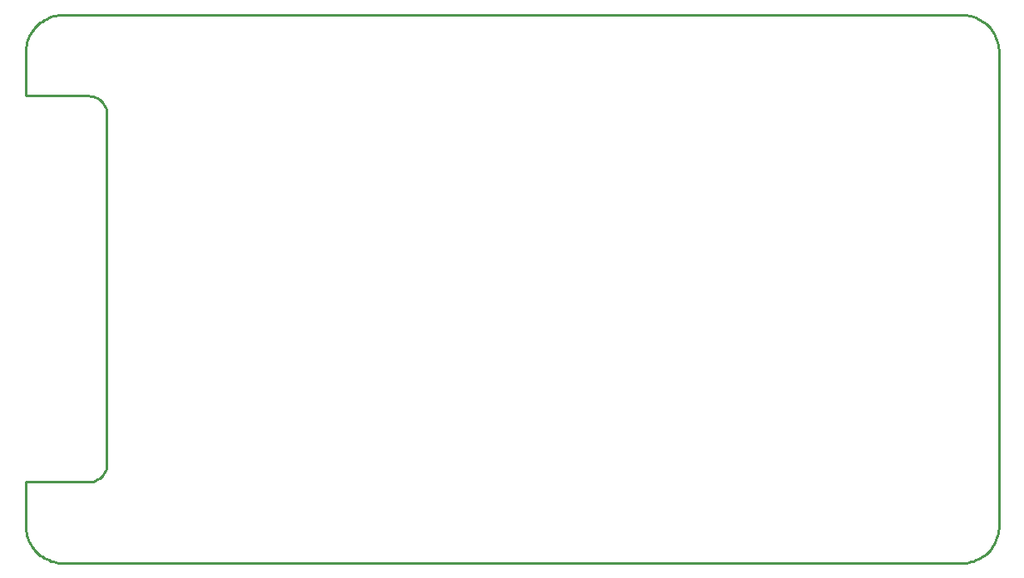
<source format=gko>
G04*
G04 #@! TF.GenerationSoftware,Altium Limited,Altium Designer,21.6.4 (81)*
G04*
G04 Layer_Color=16711935*
%FSLAX25Y25*%
%MOIN*%
G70*
G04*
G04 #@! TF.SameCoordinates,D21CAB57-D7DD-4798-A039-69392B5906F0*
G04*
G04*
G04 #@! TF.FilePolarity,Positive*
G04*
G01*
G75*
%ADD14C,0.01000*%
D14*
X32500Y180000D02*
X32436Y180979D01*
X32245Y181941D01*
X31929Y182870D01*
X31495Y183750D01*
X30950Y184566D01*
X30303Y185303D01*
X29566Y185950D01*
X28750Y186495D01*
X27870Y186929D01*
X26941Y187244D01*
X25979Y187436D01*
X25000Y187500D01*
Y32500D02*
X25979Y32564D01*
X26941Y32756D01*
X27870Y33071D01*
X28750Y33505D01*
X29566Y34050D01*
X30303Y34697D01*
X30950Y35434D01*
X31495Y36250D01*
X31929Y37130D01*
X32244Y38059D01*
X32436Y39021D01*
X32500Y40000D01*
X390000Y205000D02*
X389968Y205981D01*
X389872Y206958D01*
X389712Y207926D01*
X389489Y208882D01*
X389204Y209822D01*
X388858Y210740D01*
X388453Y211634D01*
X387990Y212500D01*
X387472Y213334D01*
X386900Y214131D01*
X386278Y214890D01*
X385607Y215606D01*
X384890Y216278D01*
X384131Y216900D01*
X383334Y217472D01*
X382500Y217990D01*
X381634Y218453D01*
X380740Y218858D01*
X379822Y219204D01*
X378882Y219489D01*
X377926Y219712D01*
X376958Y219872D01*
X375981Y219968D01*
X375000Y220000D01*
X-0Y15000D02*
X32Y14019D01*
X128Y13042D01*
X288Y12074D01*
X511Y11118D01*
X796Y10178D01*
X1142Y9260D01*
X1547Y8366D01*
X2010Y7500D01*
X2528Y6666D01*
X3100Y5869D01*
X3722Y5110D01*
X4393Y4393D01*
X5110Y3722D01*
X5869Y3100D01*
X6666Y2528D01*
X7500Y2010D01*
X8366Y1547D01*
X9260Y1142D01*
X10178Y796D01*
X11118Y511D01*
X12074Y288D01*
X13042Y128D01*
X14019Y32D01*
X15000Y-0D01*
Y220000D02*
X14019Y219968D01*
X13042Y219872D01*
X12074Y219712D01*
X11118Y219489D01*
X10178Y219204D01*
X9260Y218858D01*
X8366Y218453D01*
X7500Y217990D01*
X6667Y217472D01*
X5869Y216900D01*
X5110Y216278D01*
X4393Y215606D01*
X3722Y214890D01*
X3100Y214131D01*
X2528Y213334D01*
X2010Y212500D01*
X1547Y211634D01*
X1142Y210740D01*
X796Y209822D01*
X511Y208882D01*
X288Y207926D01*
X128Y206958D01*
X32Y205981D01*
X0Y205000D01*
X375000Y-0D02*
X375981Y32D01*
X376958Y128D01*
X377926Y288D01*
X378882Y511D01*
X379822Y796D01*
X380740Y1142D01*
X381634Y1547D01*
X382500Y2010D01*
X383334Y2528D01*
X384131Y3100D01*
X384890Y3722D01*
X385607Y4393D01*
X386278Y5110D01*
X386900Y5869D01*
X387472Y6666D01*
X387990Y7500D01*
X388453Y8366D01*
X388858Y9260D01*
X389204Y10178D01*
X389489Y11118D01*
X389712Y12074D01*
X389872Y13042D01*
X389968Y14019D01*
X390000Y15000D01*
X0D02*
Y32500D01*
X0Y32500D02*
X0Y32500D01*
X0Y32500D02*
X25000D01*
X32500Y40000D02*
Y180000D01*
X0Y187500D02*
X25000D01*
X32500Y165000D02*
X32500Y165000D01*
X0Y187500D02*
Y205000D01*
X265000Y220000D02*
X375000D01*
X125000D02*
X265000D01*
X125000Y220000D02*
X125000Y220000D01*
X15000Y220000D02*
X125000D01*
X390000Y15000D02*
Y205000D01*
X15000Y-0D02*
X375000D01*
M02*

</source>
